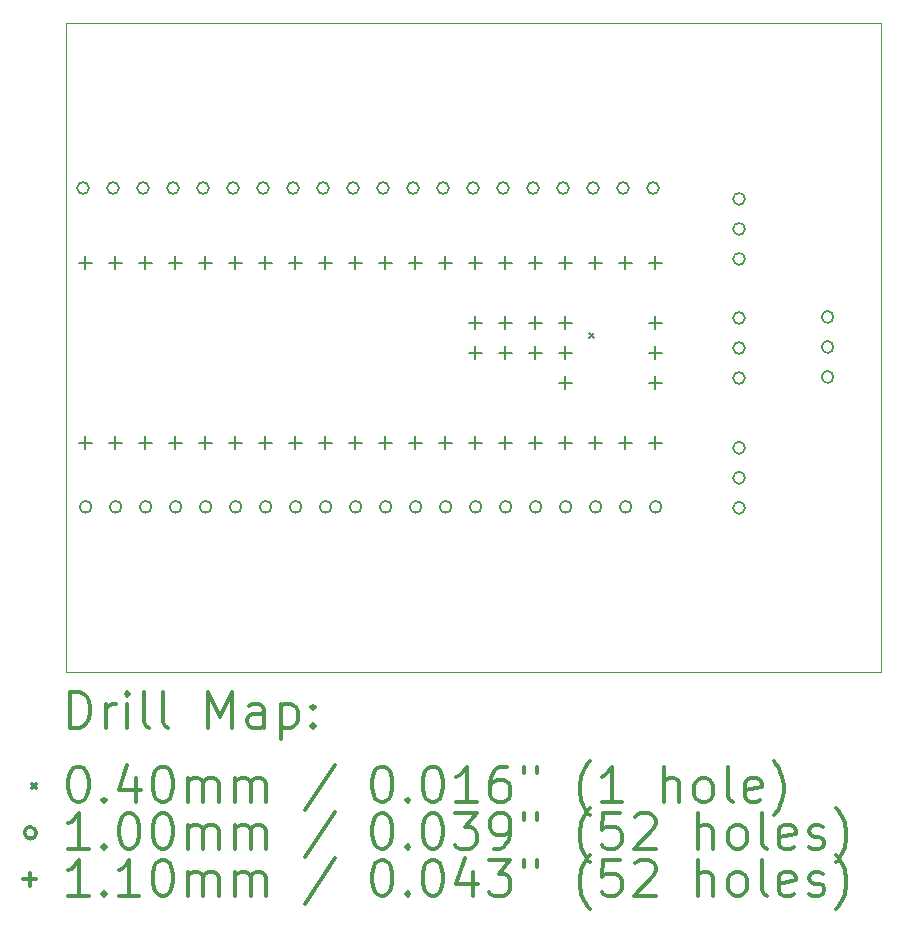
<source format=gbr>
%FSLAX45Y45*%
G04 Gerber Fmt 4.5, Leading zero omitted, Abs format (unit mm)*
G04 Created by KiCad (PCBNEW 5.1.6-c6e7f7d~87~ubuntu20.04.1) date 2020-08-28 13:02:30*
%MOMM*%
%LPD*%
G01*
G04 APERTURE LIST*
%TA.AperFunction,Profile*%
%ADD10C,0.050000*%
%TD*%
%ADD11C,0.200000*%
%ADD12C,0.300000*%
G04 APERTURE END LIST*
D10*
X6900000Y-8000000D02*
X13800000Y-8000000D01*
X13800000Y-2500000D02*
X13800000Y-2900000D01*
X6900000Y-2500000D02*
X13800000Y-2500000D01*
X6900000Y-3000000D02*
X6900000Y-2500000D01*
X13800000Y-2900000D02*
X13800000Y-8000000D01*
X6900000Y-3000000D02*
X6900000Y-8000000D01*
D11*
X11330000Y-5130000D02*
X11370000Y-5170000D01*
X11370000Y-5130000D02*
X11330000Y-5170000D01*
X12650000Y-3992000D02*
G75*
G03*
X12650000Y-3992000I-50000J0D01*
G01*
X12650000Y-4246000D02*
G75*
G03*
X12650000Y-4246000I-50000J0D01*
G01*
X12650000Y-4500000D02*
G75*
G03*
X12650000Y-4500000I-50000J0D01*
G01*
X7118000Y-6600000D02*
G75*
G03*
X7118000Y-6600000I-50000J0D01*
G01*
X7372000Y-6600000D02*
G75*
G03*
X7372000Y-6600000I-50000J0D01*
G01*
X7626000Y-6600000D02*
G75*
G03*
X7626000Y-6600000I-50000J0D01*
G01*
X7880000Y-6600000D02*
G75*
G03*
X7880000Y-6600000I-50000J0D01*
G01*
X8134000Y-6600000D02*
G75*
G03*
X8134000Y-6600000I-50000J0D01*
G01*
X8388000Y-6600000D02*
G75*
G03*
X8388000Y-6600000I-50000J0D01*
G01*
X8642000Y-6600000D02*
G75*
G03*
X8642000Y-6600000I-50000J0D01*
G01*
X8896000Y-6600000D02*
G75*
G03*
X8896000Y-6600000I-50000J0D01*
G01*
X9150000Y-6600000D02*
G75*
G03*
X9150000Y-6600000I-50000J0D01*
G01*
X9404000Y-6600000D02*
G75*
G03*
X9404000Y-6600000I-50000J0D01*
G01*
X9658000Y-6600000D02*
G75*
G03*
X9658000Y-6600000I-50000J0D01*
G01*
X9912000Y-6600000D02*
G75*
G03*
X9912000Y-6600000I-50000J0D01*
G01*
X10166000Y-6600000D02*
G75*
G03*
X10166000Y-6600000I-50000J0D01*
G01*
X10420000Y-6600000D02*
G75*
G03*
X10420000Y-6600000I-50000J0D01*
G01*
X10674000Y-6600000D02*
G75*
G03*
X10674000Y-6600000I-50000J0D01*
G01*
X10928000Y-6600000D02*
G75*
G03*
X10928000Y-6600000I-50000J0D01*
G01*
X11182000Y-6600000D02*
G75*
G03*
X11182000Y-6600000I-50000J0D01*
G01*
X11436000Y-6600000D02*
G75*
G03*
X11436000Y-6600000I-50000J0D01*
G01*
X11690000Y-6600000D02*
G75*
G03*
X11690000Y-6600000I-50000J0D01*
G01*
X11944000Y-6600000D02*
G75*
G03*
X11944000Y-6600000I-50000J0D01*
G01*
X7096000Y-3900000D02*
G75*
G03*
X7096000Y-3900000I-50000J0D01*
G01*
X7350000Y-3900000D02*
G75*
G03*
X7350000Y-3900000I-50000J0D01*
G01*
X7604000Y-3900000D02*
G75*
G03*
X7604000Y-3900000I-50000J0D01*
G01*
X7858000Y-3900000D02*
G75*
G03*
X7858000Y-3900000I-50000J0D01*
G01*
X8112000Y-3900000D02*
G75*
G03*
X8112000Y-3900000I-50000J0D01*
G01*
X8366000Y-3900000D02*
G75*
G03*
X8366000Y-3900000I-50000J0D01*
G01*
X8620000Y-3900000D02*
G75*
G03*
X8620000Y-3900000I-50000J0D01*
G01*
X8874000Y-3900000D02*
G75*
G03*
X8874000Y-3900000I-50000J0D01*
G01*
X9128000Y-3900000D02*
G75*
G03*
X9128000Y-3900000I-50000J0D01*
G01*
X9382000Y-3900000D02*
G75*
G03*
X9382000Y-3900000I-50000J0D01*
G01*
X9636000Y-3900000D02*
G75*
G03*
X9636000Y-3900000I-50000J0D01*
G01*
X9890000Y-3900000D02*
G75*
G03*
X9890000Y-3900000I-50000J0D01*
G01*
X10144000Y-3900000D02*
G75*
G03*
X10144000Y-3900000I-50000J0D01*
G01*
X10398000Y-3900000D02*
G75*
G03*
X10398000Y-3900000I-50000J0D01*
G01*
X10652000Y-3900000D02*
G75*
G03*
X10652000Y-3900000I-50000J0D01*
G01*
X10906000Y-3900000D02*
G75*
G03*
X10906000Y-3900000I-50000J0D01*
G01*
X11160000Y-3900000D02*
G75*
G03*
X11160000Y-3900000I-50000J0D01*
G01*
X11414000Y-3900000D02*
G75*
G03*
X11414000Y-3900000I-50000J0D01*
G01*
X11668000Y-3900000D02*
G75*
G03*
X11668000Y-3900000I-50000J0D01*
G01*
X11922000Y-3900000D02*
G75*
G03*
X11922000Y-3900000I-50000J0D01*
G01*
X13400000Y-4992000D02*
G75*
G03*
X13400000Y-4992000I-50000J0D01*
G01*
X13400000Y-5246000D02*
G75*
G03*
X13400000Y-5246000I-50000J0D01*
G01*
X13400000Y-5500000D02*
G75*
G03*
X13400000Y-5500000I-50000J0D01*
G01*
X12650000Y-5000000D02*
G75*
G03*
X12650000Y-5000000I-50000J0D01*
G01*
X12650000Y-5254000D02*
G75*
G03*
X12650000Y-5254000I-50000J0D01*
G01*
X12650000Y-5508000D02*
G75*
G03*
X12650000Y-5508000I-50000J0D01*
G01*
X12650000Y-6100000D02*
G75*
G03*
X12650000Y-6100000I-50000J0D01*
G01*
X12650000Y-6354000D02*
G75*
G03*
X12650000Y-6354000I-50000J0D01*
G01*
X12650000Y-6608000D02*
G75*
G03*
X12650000Y-6608000I-50000J0D01*
G01*
X7064500Y-4479500D02*
X7064500Y-4589500D01*
X7009500Y-4534500D02*
X7119500Y-4534500D01*
X7064500Y-6003500D02*
X7064500Y-6113500D01*
X7009500Y-6058500D02*
X7119500Y-6058500D01*
X7318500Y-4479500D02*
X7318500Y-4589500D01*
X7263500Y-4534500D02*
X7373500Y-4534500D01*
X7318500Y-6003500D02*
X7318500Y-6113500D01*
X7263500Y-6058500D02*
X7373500Y-6058500D01*
X7572500Y-4479500D02*
X7572500Y-4589500D01*
X7517500Y-4534500D02*
X7627500Y-4534500D01*
X7572500Y-6003500D02*
X7572500Y-6113500D01*
X7517500Y-6058500D02*
X7627500Y-6058500D01*
X7826500Y-4479500D02*
X7826500Y-4589500D01*
X7771500Y-4534500D02*
X7881500Y-4534500D01*
X7826500Y-6003500D02*
X7826500Y-6113500D01*
X7771500Y-6058500D02*
X7881500Y-6058500D01*
X8080500Y-4479500D02*
X8080500Y-4589500D01*
X8025500Y-4534500D02*
X8135500Y-4534500D01*
X8080500Y-6003500D02*
X8080500Y-6113500D01*
X8025500Y-6058500D02*
X8135500Y-6058500D01*
X8334500Y-4479500D02*
X8334500Y-4589500D01*
X8279500Y-4534500D02*
X8389500Y-4534500D01*
X8334500Y-6003500D02*
X8334500Y-6113500D01*
X8279500Y-6058500D02*
X8389500Y-6058500D01*
X8588500Y-4479500D02*
X8588500Y-4589500D01*
X8533500Y-4534500D02*
X8643500Y-4534500D01*
X8588500Y-6003500D02*
X8588500Y-6113500D01*
X8533500Y-6058500D02*
X8643500Y-6058500D01*
X8842500Y-4479500D02*
X8842500Y-4589500D01*
X8787500Y-4534500D02*
X8897500Y-4534500D01*
X8842500Y-6003500D02*
X8842500Y-6113500D01*
X8787500Y-6058500D02*
X8897500Y-6058500D01*
X9096500Y-4479500D02*
X9096500Y-4589500D01*
X9041500Y-4534500D02*
X9151500Y-4534500D01*
X9096500Y-6003500D02*
X9096500Y-6113500D01*
X9041500Y-6058500D02*
X9151500Y-6058500D01*
X9350500Y-4479500D02*
X9350500Y-4589500D01*
X9295500Y-4534500D02*
X9405500Y-4534500D01*
X9350500Y-6003500D02*
X9350500Y-6113500D01*
X9295500Y-6058500D02*
X9405500Y-6058500D01*
X9604500Y-4479500D02*
X9604500Y-4589500D01*
X9549500Y-4534500D02*
X9659500Y-4534500D01*
X9604500Y-6003500D02*
X9604500Y-6113500D01*
X9549500Y-6058500D02*
X9659500Y-6058500D01*
X9858500Y-4479500D02*
X9858500Y-4589500D01*
X9803500Y-4534500D02*
X9913500Y-4534500D01*
X9858500Y-6003500D02*
X9858500Y-6113500D01*
X9803500Y-6058500D02*
X9913500Y-6058500D01*
X10112500Y-4479500D02*
X10112500Y-4589500D01*
X10057500Y-4534500D02*
X10167500Y-4534500D01*
X10112500Y-6003500D02*
X10112500Y-6113500D01*
X10057500Y-6058500D02*
X10167500Y-6058500D01*
X10366500Y-4479500D02*
X10366500Y-4589500D01*
X10311500Y-4534500D02*
X10421500Y-4534500D01*
X10366500Y-4987500D02*
X10366500Y-5097500D01*
X10311500Y-5042500D02*
X10421500Y-5042500D01*
X10366500Y-5241500D02*
X10366500Y-5351500D01*
X10311500Y-5296500D02*
X10421500Y-5296500D01*
X10366500Y-6003500D02*
X10366500Y-6113500D01*
X10311500Y-6058500D02*
X10421500Y-6058500D01*
X10620500Y-4479500D02*
X10620500Y-4589500D01*
X10565500Y-4534500D02*
X10675500Y-4534500D01*
X10620500Y-4987500D02*
X10620500Y-5097500D01*
X10565500Y-5042500D02*
X10675500Y-5042500D01*
X10620500Y-5241500D02*
X10620500Y-5351500D01*
X10565500Y-5296500D02*
X10675500Y-5296500D01*
X10620500Y-6003500D02*
X10620500Y-6113500D01*
X10565500Y-6058500D02*
X10675500Y-6058500D01*
X10874500Y-4479500D02*
X10874500Y-4589500D01*
X10819500Y-4534500D02*
X10929500Y-4534500D01*
X10874500Y-4987500D02*
X10874500Y-5097500D01*
X10819500Y-5042500D02*
X10929500Y-5042500D01*
X10874500Y-5241500D02*
X10874500Y-5351500D01*
X10819500Y-5296500D02*
X10929500Y-5296500D01*
X10874500Y-6003500D02*
X10874500Y-6113500D01*
X10819500Y-6058500D02*
X10929500Y-6058500D01*
X11128500Y-4479500D02*
X11128500Y-4589500D01*
X11073500Y-4534500D02*
X11183500Y-4534500D01*
X11128500Y-4987500D02*
X11128500Y-5097500D01*
X11073500Y-5042500D02*
X11183500Y-5042500D01*
X11128500Y-5241500D02*
X11128500Y-5351500D01*
X11073500Y-5296500D02*
X11183500Y-5296500D01*
X11128500Y-5495500D02*
X11128500Y-5605500D01*
X11073500Y-5550500D02*
X11183500Y-5550500D01*
X11128500Y-6003500D02*
X11128500Y-6113500D01*
X11073500Y-6058500D02*
X11183500Y-6058500D01*
X11382500Y-4479500D02*
X11382500Y-4589500D01*
X11327500Y-4534500D02*
X11437500Y-4534500D01*
X11382500Y-6003500D02*
X11382500Y-6113500D01*
X11327500Y-6058500D02*
X11437500Y-6058500D01*
X11636500Y-4479500D02*
X11636500Y-4589500D01*
X11581500Y-4534500D02*
X11691500Y-4534500D01*
X11636500Y-6003500D02*
X11636500Y-6113500D01*
X11581500Y-6058500D02*
X11691500Y-6058500D01*
X11890500Y-4479500D02*
X11890500Y-4589500D01*
X11835500Y-4534500D02*
X11945500Y-4534500D01*
X11890500Y-4987500D02*
X11890500Y-5097500D01*
X11835500Y-5042500D02*
X11945500Y-5042500D01*
X11890500Y-5241500D02*
X11890500Y-5351500D01*
X11835500Y-5296500D02*
X11945500Y-5296500D01*
X11890500Y-5495500D02*
X11890500Y-5605500D01*
X11835500Y-5550500D02*
X11945500Y-5550500D01*
X11890500Y-6003500D02*
X11890500Y-6113500D01*
X11835500Y-6058500D02*
X11945500Y-6058500D01*
D12*
X6936428Y-8468214D02*
X6936428Y-8168214D01*
X7007857Y-8168214D01*
X7050714Y-8182500D01*
X7079286Y-8211071D01*
X7093571Y-8239643D01*
X7107857Y-8296786D01*
X7107857Y-8339643D01*
X7093571Y-8396786D01*
X7079286Y-8425357D01*
X7050714Y-8453929D01*
X7007857Y-8468214D01*
X6936428Y-8468214D01*
X7236428Y-8468214D02*
X7236428Y-8268214D01*
X7236428Y-8325357D02*
X7250714Y-8296786D01*
X7265000Y-8282500D01*
X7293571Y-8268214D01*
X7322143Y-8268214D01*
X7422143Y-8468214D02*
X7422143Y-8268214D01*
X7422143Y-8168214D02*
X7407857Y-8182500D01*
X7422143Y-8196786D01*
X7436428Y-8182500D01*
X7422143Y-8168214D01*
X7422143Y-8196786D01*
X7607857Y-8468214D02*
X7579286Y-8453929D01*
X7565000Y-8425357D01*
X7565000Y-8168214D01*
X7765000Y-8468214D02*
X7736428Y-8453929D01*
X7722143Y-8425357D01*
X7722143Y-8168214D01*
X8107857Y-8468214D02*
X8107857Y-8168214D01*
X8207857Y-8382500D01*
X8307857Y-8168214D01*
X8307857Y-8468214D01*
X8579286Y-8468214D02*
X8579286Y-8311071D01*
X8565000Y-8282500D01*
X8536429Y-8268214D01*
X8479286Y-8268214D01*
X8450714Y-8282500D01*
X8579286Y-8453929D02*
X8550714Y-8468214D01*
X8479286Y-8468214D01*
X8450714Y-8453929D01*
X8436429Y-8425357D01*
X8436429Y-8396786D01*
X8450714Y-8368214D01*
X8479286Y-8353929D01*
X8550714Y-8353929D01*
X8579286Y-8339643D01*
X8722143Y-8268214D02*
X8722143Y-8568214D01*
X8722143Y-8282500D02*
X8750714Y-8268214D01*
X8807857Y-8268214D01*
X8836429Y-8282500D01*
X8850714Y-8296786D01*
X8865000Y-8325357D01*
X8865000Y-8411072D01*
X8850714Y-8439643D01*
X8836429Y-8453929D01*
X8807857Y-8468214D01*
X8750714Y-8468214D01*
X8722143Y-8453929D01*
X8993571Y-8439643D02*
X9007857Y-8453929D01*
X8993571Y-8468214D01*
X8979286Y-8453929D01*
X8993571Y-8439643D01*
X8993571Y-8468214D01*
X8993571Y-8282500D02*
X9007857Y-8296786D01*
X8993571Y-8311071D01*
X8979286Y-8296786D01*
X8993571Y-8282500D01*
X8993571Y-8311071D01*
X6610000Y-8942500D02*
X6650000Y-8982500D01*
X6650000Y-8942500D02*
X6610000Y-8982500D01*
X6993571Y-8798214D02*
X7022143Y-8798214D01*
X7050714Y-8812500D01*
X7065000Y-8826786D01*
X7079286Y-8855357D01*
X7093571Y-8912500D01*
X7093571Y-8983929D01*
X7079286Y-9041072D01*
X7065000Y-9069643D01*
X7050714Y-9083929D01*
X7022143Y-9098214D01*
X6993571Y-9098214D01*
X6965000Y-9083929D01*
X6950714Y-9069643D01*
X6936428Y-9041072D01*
X6922143Y-8983929D01*
X6922143Y-8912500D01*
X6936428Y-8855357D01*
X6950714Y-8826786D01*
X6965000Y-8812500D01*
X6993571Y-8798214D01*
X7222143Y-9069643D02*
X7236428Y-9083929D01*
X7222143Y-9098214D01*
X7207857Y-9083929D01*
X7222143Y-9069643D01*
X7222143Y-9098214D01*
X7493571Y-8898214D02*
X7493571Y-9098214D01*
X7422143Y-8783929D02*
X7350714Y-8998214D01*
X7536428Y-8998214D01*
X7707857Y-8798214D02*
X7736428Y-8798214D01*
X7765000Y-8812500D01*
X7779286Y-8826786D01*
X7793571Y-8855357D01*
X7807857Y-8912500D01*
X7807857Y-8983929D01*
X7793571Y-9041072D01*
X7779286Y-9069643D01*
X7765000Y-9083929D01*
X7736428Y-9098214D01*
X7707857Y-9098214D01*
X7679286Y-9083929D01*
X7665000Y-9069643D01*
X7650714Y-9041072D01*
X7636428Y-8983929D01*
X7636428Y-8912500D01*
X7650714Y-8855357D01*
X7665000Y-8826786D01*
X7679286Y-8812500D01*
X7707857Y-8798214D01*
X7936428Y-9098214D02*
X7936428Y-8898214D01*
X7936428Y-8926786D02*
X7950714Y-8912500D01*
X7979286Y-8898214D01*
X8022143Y-8898214D01*
X8050714Y-8912500D01*
X8065000Y-8941072D01*
X8065000Y-9098214D01*
X8065000Y-8941072D02*
X8079286Y-8912500D01*
X8107857Y-8898214D01*
X8150714Y-8898214D01*
X8179286Y-8912500D01*
X8193571Y-8941072D01*
X8193571Y-9098214D01*
X8336428Y-9098214D02*
X8336428Y-8898214D01*
X8336428Y-8926786D02*
X8350714Y-8912500D01*
X8379286Y-8898214D01*
X8422143Y-8898214D01*
X8450714Y-8912500D01*
X8465000Y-8941072D01*
X8465000Y-9098214D01*
X8465000Y-8941072D02*
X8479286Y-8912500D01*
X8507857Y-8898214D01*
X8550714Y-8898214D01*
X8579286Y-8912500D01*
X8593571Y-8941072D01*
X8593571Y-9098214D01*
X9179286Y-8783929D02*
X8922143Y-9169643D01*
X9565000Y-8798214D02*
X9593571Y-8798214D01*
X9622143Y-8812500D01*
X9636429Y-8826786D01*
X9650714Y-8855357D01*
X9665000Y-8912500D01*
X9665000Y-8983929D01*
X9650714Y-9041072D01*
X9636429Y-9069643D01*
X9622143Y-9083929D01*
X9593571Y-9098214D01*
X9565000Y-9098214D01*
X9536429Y-9083929D01*
X9522143Y-9069643D01*
X9507857Y-9041072D01*
X9493571Y-8983929D01*
X9493571Y-8912500D01*
X9507857Y-8855357D01*
X9522143Y-8826786D01*
X9536429Y-8812500D01*
X9565000Y-8798214D01*
X9793571Y-9069643D02*
X9807857Y-9083929D01*
X9793571Y-9098214D01*
X9779286Y-9083929D01*
X9793571Y-9069643D01*
X9793571Y-9098214D01*
X9993571Y-8798214D02*
X10022143Y-8798214D01*
X10050714Y-8812500D01*
X10065000Y-8826786D01*
X10079286Y-8855357D01*
X10093571Y-8912500D01*
X10093571Y-8983929D01*
X10079286Y-9041072D01*
X10065000Y-9069643D01*
X10050714Y-9083929D01*
X10022143Y-9098214D01*
X9993571Y-9098214D01*
X9965000Y-9083929D01*
X9950714Y-9069643D01*
X9936429Y-9041072D01*
X9922143Y-8983929D01*
X9922143Y-8912500D01*
X9936429Y-8855357D01*
X9950714Y-8826786D01*
X9965000Y-8812500D01*
X9993571Y-8798214D01*
X10379286Y-9098214D02*
X10207857Y-9098214D01*
X10293571Y-9098214D02*
X10293571Y-8798214D01*
X10265000Y-8841072D01*
X10236429Y-8869643D01*
X10207857Y-8883929D01*
X10636429Y-8798214D02*
X10579286Y-8798214D01*
X10550714Y-8812500D01*
X10536429Y-8826786D01*
X10507857Y-8869643D01*
X10493571Y-8926786D01*
X10493571Y-9041072D01*
X10507857Y-9069643D01*
X10522143Y-9083929D01*
X10550714Y-9098214D01*
X10607857Y-9098214D01*
X10636429Y-9083929D01*
X10650714Y-9069643D01*
X10665000Y-9041072D01*
X10665000Y-8969643D01*
X10650714Y-8941072D01*
X10636429Y-8926786D01*
X10607857Y-8912500D01*
X10550714Y-8912500D01*
X10522143Y-8926786D01*
X10507857Y-8941072D01*
X10493571Y-8969643D01*
X10779286Y-8798214D02*
X10779286Y-8855357D01*
X10893571Y-8798214D02*
X10893571Y-8855357D01*
X11336428Y-9212500D02*
X11322143Y-9198214D01*
X11293571Y-9155357D01*
X11279286Y-9126786D01*
X11265000Y-9083929D01*
X11250714Y-9012500D01*
X11250714Y-8955357D01*
X11265000Y-8883929D01*
X11279286Y-8841072D01*
X11293571Y-8812500D01*
X11322143Y-8769643D01*
X11336428Y-8755357D01*
X11607857Y-9098214D02*
X11436428Y-9098214D01*
X11522143Y-9098214D02*
X11522143Y-8798214D01*
X11493571Y-8841072D01*
X11465000Y-8869643D01*
X11436428Y-8883929D01*
X11965000Y-9098214D02*
X11965000Y-8798214D01*
X12093571Y-9098214D02*
X12093571Y-8941072D01*
X12079286Y-8912500D01*
X12050714Y-8898214D01*
X12007857Y-8898214D01*
X11979286Y-8912500D01*
X11965000Y-8926786D01*
X12279286Y-9098214D02*
X12250714Y-9083929D01*
X12236428Y-9069643D01*
X12222143Y-9041072D01*
X12222143Y-8955357D01*
X12236428Y-8926786D01*
X12250714Y-8912500D01*
X12279286Y-8898214D01*
X12322143Y-8898214D01*
X12350714Y-8912500D01*
X12365000Y-8926786D01*
X12379286Y-8955357D01*
X12379286Y-9041072D01*
X12365000Y-9069643D01*
X12350714Y-9083929D01*
X12322143Y-9098214D01*
X12279286Y-9098214D01*
X12550714Y-9098214D02*
X12522143Y-9083929D01*
X12507857Y-9055357D01*
X12507857Y-8798214D01*
X12779286Y-9083929D02*
X12750714Y-9098214D01*
X12693571Y-9098214D01*
X12665000Y-9083929D01*
X12650714Y-9055357D01*
X12650714Y-8941072D01*
X12665000Y-8912500D01*
X12693571Y-8898214D01*
X12750714Y-8898214D01*
X12779286Y-8912500D01*
X12793571Y-8941072D01*
X12793571Y-8969643D01*
X12650714Y-8998214D01*
X12893571Y-9212500D02*
X12907857Y-9198214D01*
X12936428Y-9155357D01*
X12950714Y-9126786D01*
X12965000Y-9083929D01*
X12979286Y-9012500D01*
X12979286Y-8955357D01*
X12965000Y-8883929D01*
X12950714Y-8841072D01*
X12936428Y-8812500D01*
X12907857Y-8769643D01*
X12893571Y-8755357D01*
X6650000Y-9358500D02*
G75*
G03*
X6650000Y-9358500I-50000J0D01*
G01*
X7093571Y-9494214D02*
X6922143Y-9494214D01*
X7007857Y-9494214D02*
X7007857Y-9194214D01*
X6979286Y-9237072D01*
X6950714Y-9265643D01*
X6922143Y-9279929D01*
X7222143Y-9465643D02*
X7236428Y-9479929D01*
X7222143Y-9494214D01*
X7207857Y-9479929D01*
X7222143Y-9465643D01*
X7222143Y-9494214D01*
X7422143Y-9194214D02*
X7450714Y-9194214D01*
X7479286Y-9208500D01*
X7493571Y-9222786D01*
X7507857Y-9251357D01*
X7522143Y-9308500D01*
X7522143Y-9379929D01*
X7507857Y-9437072D01*
X7493571Y-9465643D01*
X7479286Y-9479929D01*
X7450714Y-9494214D01*
X7422143Y-9494214D01*
X7393571Y-9479929D01*
X7379286Y-9465643D01*
X7365000Y-9437072D01*
X7350714Y-9379929D01*
X7350714Y-9308500D01*
X7365000Y-9251357D01*
X7379286Y-9222786D01*
X7393571Y-9208500D01*
X7422143Y-9194214D01*
X7707857Y-9194214D02*
X7736428Y-9194214D01*
X7765000Y-9208500D01*
X7779286Y-9222786D01*
X7793571Y-9251357D01*
X7807857Y-9308500D01*
X7807857Y-9379929D01*
X7793571Y-9437072D01*
X7779286Y-9465643D01*
X7765000Y-9479929D01*
X7736428Y-9494214D01*
X7707857Y-9494214D01*
X7679286Y-9479929D01*
X7665000Y-9465643D01*
X7650714Y-9437072D01*
X7636428Y-9379929D01*
X7636428Y-9308500D01*
X7650714Y-9251357D01*
X7665000Y-9222786D01*
X7679286Y-9208500D01*
X7707857Y-9194214D01*
X7936428Y-9494214D02*
X7936428Y-9294214D01*
X7936428Y-9322786D02*
X7950714Y-9308500D01*
X7979286Y-9294214D01*
X8022143Y-9294214D01*
X8050714Y-9308500D01*
X8065000Y-9337072D01*
X8065000Y-9494214D01*
X8065000Y-9337072D02*
X8079286Y-9308500D01*
X8107857Y-9294214D01*
X8150714Y-9294214D01*
X8179286Y-9308500D01*
X8193571Y-9337072D01*
X8193571Y-9494214D01*
X8336428Y-9494214D02*
X8336428Y-9294214D01*
X8336428Y-9322786D02*
X8350714Y-9308500D01*
X8379286Y-9294214D01*
X8422143Y-9294214D01*
X8450714Y-9308500D01*
X8465000Y-9337072D01*
X8465000Y-9494214D01*
X8465000Y-9337072D02*
X8479286Y-9308500D01*
X8507857Y-9294214D01*
X8550714Y-9294214D01*
X8579286Y-9308500D01*
X8593571Y-9337072D01*
X8593571Y-9494214D01*
X9179286Y-9179929D02*
X8922143Y-9565643D01*
X9565000Y-9194214D02*
X9593571Y-9194214D01*
X9622143Y-9208500D01*
X9636429Y-9222786D01*
X9650714Y-9251357D01*
X9665000Y-9308500D01*
X9665000Y-9379929D01*
X9650714Y-9437072D01*
X9636429Y-9465643D01*
X9622143Y-9479929D01*
X9593571Y-9494214D01*
X9565000Y-9494214D01*
X9536429Y-9479929D01*
X9522143Y-9465643D01*
X9507857Y-9437072D01*
X9493571Y-9379929D01*
X9493571Y-9308500D01*
X9507857Y-9251357D01*
X9522143Y-9222786D01*
X9536429Y-9208500D01*
X9565000Y-9194214D01*
X9793571Y-9465643D02*
X9807857Y-9479929D01*
X9793571Y-9494214D01*
X9779286Y-9479929D01*
X9793571Y-9465643D01*
X9793571Y-9494214D01*
X9993571Y-9194214D02*
X10022143Y-9194214D01*
X10050714Y-9208500D01*
X10065000Y-9222786D01*
X10079286Y-9251357D01*
X10093571Y-9308500D01*
X10093571Y-9379929D01*
X10079286Y-9437072D01*
X10065000Y-9465643D01*
X10050714Y-9479929D01*
X10022143Y-9494214D01*
X9993571Y-9494214D01*
X9965000Y-9479929D01*
X9950714Y-9465643D01*
X9936429Y-9437072D01*
X9922143Y-9379929D01*
X9922143Y-9308500D01*
X9936429Y-9251357D01*
X9950714Y-9222786D01*
X9965000Y-9208500D01*
X9993571Y-9194214D01*
X10193571Y-9194214D02*
X10379286Y-9194214D01*
X10279286Y-9308500D01*
X10322143Y-9308500D01*
X10350714Y-9322786D01*
X10365000Y-9337072D01*
X10379286Y-9365643D01*
X10379286Y-9437072D01*
X10365000Y-9465643D01*
X10350714Y-9479929D01*
X10322143Y-9494214D01*
X10236429Y-9494214D01*
X10207857Y-9479929D01*
X10193571Y-9465643D01*
X10522143Y-9494214D02*
X10579286Y-9494214D01*
X10607857Y-9479929D01*
X10622143Y-9465643D01*
X10650714Y-9422786D01*
X10665000Y-9365643D01*
X10665000Y-9251357D01*
X10650714Y-9222786D01*
X10636429Y-9208500D01*
X10607857Y-9194214D01*
X10550714Y-9194214D01*
X10522143Y-9208500D01*
X10507857Y-9222786D01*
X10493571Y-9251357D01*
X10493571Y-9322786D01*
X10507857Y-9351357D01*
X10522143Y-9365643D01*
X10550714Y-9379929D01*
X10607857Y-9379929D01*
X10636429Y-9365643D01*
X10650714Y-9351357D01*
X10665000Y-9322786D01*
X10779286Y-9194214D02*
X10779286Y-9251357D01*
X10893571Y-9194214D02*
X10893571Y-9251357D01*
X11336428Y-9608500D02*
X11322143Y-9594214D01*
X11293571Y-9551357D01*
X11279286Y-9522786D01*
X11265000Y-9479929D01*
X11250714Y-9408500D01*
X11250714Y-9351357D01*
X11265000Y-9279929D01*
X11279286Y-9237072D01*
X11293571Y-9208500D01*
X11322143Y-9165643D01*
X11336428Y-9151357D01*
X11593571Y-9194214D02*
X11450714Y-9194214D01*
X11436428Y-9337072D01*
X11450714Y-9322786D01*
X11479286Y-9308500D01*
X11550714Y-9308500D01*
X11579286Y-9322786D01*
X11593571Y-9337072D01*
X11607857Y-9365643D01*
X11607857Y-9437072D01*
X11593571Y-9465643D01*
X11579286Y-9479929D01*
X11550714Y-9494214D01*
X11479286Y-9494214D01*
X11450714Y-9479929D01*
X11436428Y-9465643D01*
X11722143Y-9222786D02*
X11736428Y-9208500D01*
X11765000Y-9194214D01*
X11836428Y-9194214D01*
X11865000Y-9208500D01*
X11879286Y-9222786D01*
X11893571Y-9251357D01*
X11893571Y-9279929D01*
X11879286Y-9322786D01*
X11707857Y-9494214D01*
X11893571Y-9494214D01*
X12250714Y-9494214D02*
X12250714Y-9194214D01*
X12379286Y-9494214D02*
X12379286Y-9337072D01*
X12365000Y-9308500D01*
X12336428Y-9294214D01*
X12293571Y-9294214D01*
X12265000Y-9308500D01*
X12250714Y-9322786D01*
X12565000Y-9494214D02*
X12536428Y-9479929D01*
X12522143Y-9465643D01*
X12507857Y-9437072D01*
X12507857Y-9351357D01*
X12522143Y-9322786D01*
X12536428Y-9308500D01*
X12565000Y-9294214D01*
X12607857Y-9294214D01*
X12636428Y-9308500D01*
X12650714Y-9322786D01*
X12665000Y-9351357D01*
X12665000Y-9437072D01*
X12650714Y-9465643D01*
X12636428Y-9479929D01*
X12607857Y-9494214D01*
X12565000Y-9494214D01*
X12836428Y-9494214D02*
X12807857Y-9479929D01*
X12793571Y-9451357D01*
X12793571Y-9194214D01*
X13065000Y-9479929D02*
X13036428Y-9494214D01*
X12979286Y-9494214D01*
X12950714Y-9479929D01*
X12936428Y-9451357D01*
X12936428Y-9337072D01*
X12950714Y-9308500D01*
X12979286Y-9294214D01*
X13036428Y-9294214D01*
X13065000Y-9308500D01*
X13079286Y-9337072D01*
X13079286Y-9365643D01*
X12936428Y-9394214D01*
X13193571Y-9479929D02*
X13222143Y-9494214D01*
X13279286Y-9494214D01*
X13307857Y-9479929D01*
X13322143Y-9451357D01*
X13322143Y-9437072D01*
X13307857Y-9408500D01*
X13279286Y-9394214D01*
X13236428Y-9394214D01*
X13207857Y-9379929D01*
X13193571Y-9351357D01*
X13193571Y-9337072D01*
X13207857Y-9308500D01*
X13236428Y-9294214D01*
X13279286Y-9294214D01*
X13307857Y-9308500D01*
X13422143Y-9608500D02*
X13436428Y-9594214D01*
X13465000Y-9551357D01*
X13479286Y-9522786D01*
X13493571Y-9479929D01*
X13507857Y-9408500D01*
X13507857Y-9351357D01*
X13493571Y-9279929D01*
X13479286Y-9237072D01*
X13465000Y-9208500D01*
X13436428Y-9165643D01*
X13422143Y-9151357D01*
X6595000Y-9699500D02*
X6595000Y-9809500D01*
X6540000Y-9754500D02*
X6650000Y-9754500D01*
X7093571Y-9890214D02*
X6922143Y-9890214D01*
X7007857Y-9890214D02*
X7007857Y-9590214D01*
X6979286Y-9633072D01*
X6950714Y-9661643D01*
X6922143Y-9675929D01*
X7222143Y-9861643D02*
X7236428Y-9875929D01*
X7222143Y-9890214D01*
X7207857Y-9875929D01*
X7222143Y-9861643D01*
X7222143Y-9890214D01*
X7522143Y-9890214D02*
X7350714Y-9890214D01*
X7436428Y-9890214D02*
X7436428Y-9590214D01*
X7407857Y-9633072D01*
X7379286Y-9661643D01*
X7350714Y-9675929D01*
X7707857Y-9590214D02*
X7736428Y-9590214D01*
X7765000Y-9604500D01*
X7779286Y-9618786D01*
X7793571Y-9647357D01*
X7807857Y-9704500D01*
X7807857Y-9775929D01*
X7793571Y-9833072D01*
X7779286Y-9861643D01*
X7765000Y-9875929D01*
X7736428Y-9890214D01*
X7707857Y-9890214D01*
X7679286Y-9875929D01*
X7665000Y-9861643D01*
X7650714Y-9833072D01*
X7636428Y-9775929D01*
X7636428Y-9704500D01*
X7650714Y-9647357D01*
X7665000Y-9618786D01*
X7679286Y-9604500D01*
X7707857Y-9590214D01*
X7936428Y-9890214D02*
X7936428Y-9690214D01*
X7936428Y-9718786D02*
X7950714Y-9704500D01*
X7979286Y-9690214D01*
X8022143Y-9690214D01*
X8050714Y-9704500D01*
X8065000Y-9733072D01*
X8065000Y-9890214D01*
X8065000Y-9733072D02*
X8079286Y-9704500D01*
X8107857Y-9690214D01*
X8150714Y-9690214D01*
X8179286Y-9704500D01*
X8193571Y-9733072D01*
X8193571Y-9890214D01*
X8336428Y-9890214D02*
X8336428Y-9690214D01*
X8336428Y-9718786D02*
X8350714Y-9704500D01*
X8379286Y-9690214D01*
X8422143Y-9690214D01*
X8450714Y-9704500D01*
X8465000Y-9733072D01*
X8465000Y-9890214D01*
X8465000Y-9733072D02*
X8479286Y-9704500D01*
X8507857Y-9690214D01*
X8550714Y-9690214D01*
X8579286Y-9704500D01*
X8593571Y-9733072D01*
X8593571Y-9890214D01*
X9179286Y-9575929D02*
X8922143Y-9961643D01*
X9565000Y-9590214D02*
X9593571Y-9590214D01*
X9622143Y-9604500D01*
X9636429Y-9618786D01*
X9650714Y-9647357D01*
X9665000Y-9704500D01*
X9665000Y-9775929D01*
X9650714Y-9833072D01*
X9636429Y-9861643D01*
X9622143Y-9875929D01*
X9593571Y-9890214D01*
X9565000Y-9890214D01*
X9536429Y-9875929D01*
X9522143Y-9861643D01*
X9507857Y-9833072D01*
X9493571Y-9775929D01*
X9493571Y-9704500D01*
X9507857Y-9647357D01*
X9522143Y-9618786D01*
X9536429Y-9604500D01*
X9565000Y-9590214D01*
X9793571Y-9861643D02*
X9807857Y-9875929D01*
X9793571Y-9890214D01*
X9779286Y-9875929D01*
X9793571Y-9861643D01*
X9793571Y-9890214D01*
X9993571Y-9590214D02*
X10022143Y-9590214D01*
X10050714Y-9604500D01*
X10065000Y-9618786D01*
X10079286Y-9647357D01*
X10093571Y-9704500D01*
X10093571Y-9775929D01*
X10079286Y-9833072D01*
X10065000Y-9861643D01*
X10050714Y-9875929D01*
X10022143Y-9890214D01*
X9993571Y-9890214D01*
X9965000Y-9875929D01*
X9950714Y-9861643D01*
X9936429Y-9833072D01*
X9922143Y-9775929D01*
X9922143Y-9704500D01*
X9936429Y-9647357D01*
X9950714Y-9618786D01*
X9965000Y-9604500D01*
X9993571Y-9590214D01*
X10350714Y-9690214D02*
X10350714Y-9890214D01*
X10279286Y-9575929D02*
X10207857Y-9790214D01*
X10393571Y-9790214D01*
X10479286Y-9590214D02*
X10665000Y-9590214D01*
X10565000Y-9704500D01*
X10607857Y-9704500D01*
X10636429Y-9718786D01*
X10650714Y-9733072D01*
X10665000Y-9761643D01*
X10665000Y-9833072D01*
X10650714Y-9861643D01*
X10636429Y-9875929D01*
X10607857Y-9890214D01*
X10522143Y-9890214D01*
X10493571Y-9875929D01*
X10479286Y-9861643D01*
X10779286Y-9590214D02*
X10779286Y-9647357D01*
X10893571Y-9590214D02*
X10893571Y-9647357D01*
X11336428Y-10004500D02*
X11322143Y-9990214D01*
X11293571Y-9947357D01*
X11279286Y-9918786D01*
X11265000Y-9875929D01*
X11250714Y-9804500D01*
X11250714Y-9747357D01*
X11265000Y-9675929D01*
X11279286Y-9633072D01*
X11293571Y-9604500D01*
X11322143Y-9561643D01*
X11336428Y-9547357D01*
X11593571Y-9590214D02*
X11450714Y-9590214D01*
X11436428Y-9733072D01*
X11450714Y-9718786D01*
X11479286Y-9704500D01*
X11550714Y-9704500D01*
X11579286Y-9718786D01*
X11593571Y-9733072D01*
X11607857Y-9761643D01*
X11607857Y-9833072D01*
X11593571Y-9861643D01*
X11579286Y-9875929D01*
X11550714Y-9890214D01*
X11479286Y-9890214D01*
X11450714Y-9875929D01*
X11436428Y-9861643D01*
X11722143Y-9618786D02*
X11736428Y-9604500D01*
X11765000Y-9590214D01*
X11836428Y-9590214D01*
X11865000Y-9604500D01*
X11879286Y-9618786D01*
X11893571Y-9647357D01*
X11893571Y-9675929D01*
X11879286Y-9718786D01*
X11707857Y-9890214D01*
X11893571Y-9890214D01*
X12250714Y-9890214D02*
X12250714Y-9590214D01*
X12379286Y-9890214D02*
X12379286Y-9733072D01*
X12365000Y-9704500D01*
X12336428Y-9690214D01*
X12293571Y-9690214D01*
X12265000Y-9704500D01*
X12250714Y-9718786D01*
X12565000Y-9890214D02*
X12536428Y-9875929D01*
X12522143Y-9861643D01*
X12507857Y-9833072D01*
X12507857Y-9747357D01*
X12522143Y-9718786D01*
X12536428Y-9704500D01*
X12565000Y-9690214D01*
X12607857Y-9690214D01*
X12636428Y-9704500D01*
X12650714Y-9718786D01*
X12665000Y-9747357D01*
X12665000Y-9833072D01*
X12650714Y-9861643D01*
X12636428Y-9875929D01*
X12607857Y-9890214D01*
X12565000Y-9890214D01*
X12836428Y-9890214D02*
X12807857Y-9875929D01*
X12793571Y-9847357D01*
X12793571Y-9590214D01*
X13065000Y-9875929D02*
X13036428Y-9890214D01*
X12979286Y-9890214D01*
X12950714Y-9875929D01*
X12936428Y-9847357D01*
X12936428Y-9733072D01*
X12950714Y-9704500D01*
X12979286Y-9690214D01*
X13036428Y-9690214D01*
X13065000Y-9704500D01*
X13079286Y-9733072D01*
X13079286Y-9761643D01*
X12936428Y-9790214D01*
X13193571Y-9875929D02*
X13222143Y-9890214D01*
X13279286Y-9890214D01*
X13307857Y-9875929D01*
X13322143Y-9847357D01*
X13322143Y-9833072D01*
X13307857Y-9804500D01*
X13279286Y-9790214D01*
X13236428Y-9790214D01*
X13207857Y-9775929D01*
X13193571Y-9747357D01*
X13193571Y-9733072D01*
X13207857Y-9704500D01*
X13236428Y-9690214D01*
X13279286Y-9690214D01*
X13307857Y-9704500D01*
X13422143Y-10004500D02*
X13436428Y-9990214D01*
X13465000Y-9947357D01*
X13479286Y-9918786D01*
X13493571Y-9875929D01*
X13507857Y-9804500D01*
X13507857Y-9747357D01*
X13493571Y-9675929D01*
X13479286Y-9633072D01*
X13465000Y-9604500D01*
X13436428Y-9561643D01*
X13422143Y-9547357D01*
M02*

</source>
